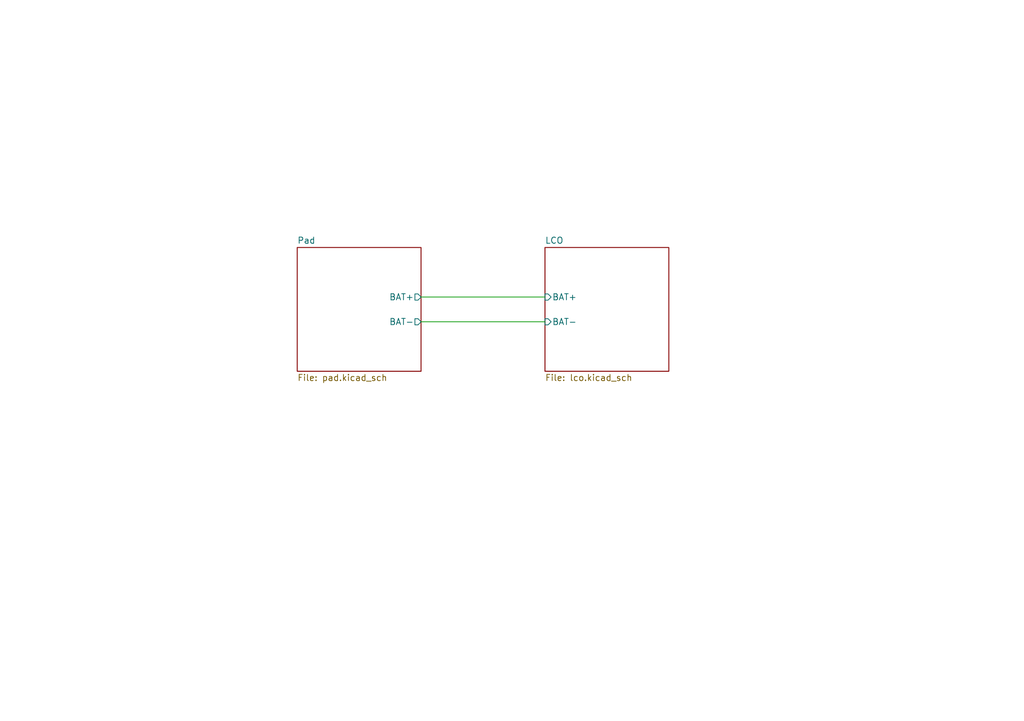
<source format=kicad_sch>
(kicad_sch (version 20230121) (generator eeschema)
  (paper "A5")
  (lib_symbols)
  (wire (pts (xy 86.36 60.96) (xy 111.76 60.96)))
  (wire (pts (xy 86.36 66.04) (xy 111.76 66.04)))
  (sheet (at 60.96 50.8) (size 25.4 25.4) (stroke (width 0.1524))
    (property "Sheetname" "Pad" (at 60.96 50.0884 0) (effects (justify left bottom)))
    (property "Sheetfile" "pad.kicad_sch" (at 60.96 76.7846 0) (effects (justify left top)))
    (pin "BAT-" output (at 86.36 66.04 0))
    (pin "BAT+" output (at 86.36 60.96 0))
  )
  (sheet (at 111.76 50.8) (size 25.4 25.4) (stroke (width 0.1524))
    (property "Sheetname" "LCO" (at 111.76 50.0884 0) (effects (justify left bottom)))
    (property "Sheetfile" "lco.kicad_sch" (at 111.76 76.7846 0) (effects (justify left top)))
    (pin "BAT+" input (at 111.76 60.96 180))
    (pin "BAT-" input (at 111.76 66.04 180))
  )
)
</source>
